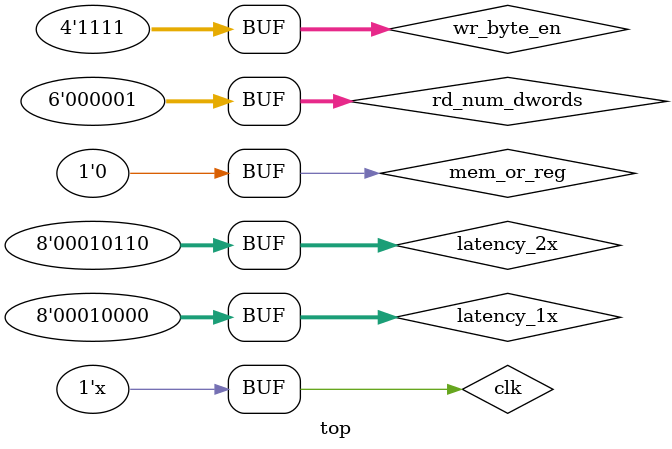
<source format=sv>
`include "s27ks0641.sv"
`include "hyper_xface.sv"

module top();

wire [31:0] address, data_in;
reg [31:0] data_out;
wire  read_write, chip_en;
reg clk;

// Connect the interface
tb_ports ports(
 .clock       (clk),
 .address     (address),
 .chip_en     (chip_en),
 .read_write  (read_write),
 .data_in     (data_in),
 .data_out    (data_out)
);

// Connect the program
tb tb(ports);

initial begin
  clk = 0;
end	

always #1 clk = ~clk;

reg rd_req, wr_req;
wire busy;

always_ff @(posedge clk) begin
	if (chip_en && !busy) begin
		if (read_write) wr_req <= 1;
		else rd_req <= 1;
	end
	else begin
		wr_req <= 0;
		rd_req <= 0;
	end
end

wire [31:0] rd_d;
wire rd_rdy;
always_ff @(posedge clk) begin
	if (rd_rdy) data_out <= rd_d;
end

reg mem_or_reg;
reg [3:0] wr_byte_en;
reg [5:0] rd_num_dwords;
reg [7:0] latency_1x, latency_2x; 
wire burst_wr_rdy; //Not connected
initial begin
	mem_or_reg = 0;

    wr_byte_en = 4'hF;         // write 4 bytes
    rd_num_dwords = 6'h1;      // read 1 4 byte word

    latency_1x[7:0] = 8'h10;   // latency setup - not so important latency_1x because is configured to go at latency_2x
    latency_2x[7:0] = 8'd22;   // 22 edges = 6 cycles if configured at 166MHz * (2 latency_2x) * (2 controller is configured by each edge) - 2
end

wire [7:0] data_pins_in, data_pins_out, dram_dq;
wire dram_dq_oe_l, dram_rwds_in, dram_rwds_out, dram_rwds_oe_l, dram_ck, dram_rst_l, dram_cs_l, dram_rwds;

//DQ IO
assign data_pins_in[7:0] = dram_dq_oe_l ? dram_dq : 8'bz;
assign dram_dq[7:0] = ~dram_dq_oe_l ? data_pins_out : 8'bz;

//RWDS IO
assign dram_rwds = ~dram_rwds_oe_l ? dram_rwds_out : 1'bz;
assign dram_rwds_in = dram_rwds_oe_l ? dram_rwds : 1'bz;


hyper_xfce controller_ip(
.clk				(clk),
.rd_req				(rd_req),
.wr_req				(wr_req),
.mem_or_req			(mem_or_reg),
.wr_byte_en			(wr_byte_en),
.rd_num_dwords			(rd_num_dwords),
.addr				(address),
.wr_d				(data_in),
.rd_d				(rd_d),
.rd_rdy				(rd_rdy),
.busy				(busy),
.burst_wr_rdy			(burst_wr_rdy),

.dram_dq_in			(data_pins_in),
.dram_dq_out			(data_pins_out),
.dram_dq_oe_l			(dram_dq_oe_l),
.dram_rwds_in			(dram_rwds_in),
.dram_rwds_out			(dram_rwds_out),
.dram_rwds_oe_l			(dram_rwds_oe_l),
.dram_ck			(dram_ck),
.dram_rst_l			(dram_rst_l),
.dram_cs_l			(dram_cs_l)
);



s27ks0641 hyperRAM(
.DQ7      (dram_dq[7]),
.DQ6      (dram_dq[6]),
.DQ5      (dram_dq[5]),
.DQ4      (dram_dq[4]),
.DQ3      (dram_dq[3]),
.DQ2      (dram_dq[2]),
.DQ1      (dram_dq[1]),
.DQ0      (dram_dq[0]),
.RWDS     (dram_rwds),
.CSNeg    (dram_cs_l),
.CK       (dram_ck),
.CKNeg    (~dram_ck),
.RESETNeg (dram_rst_l)
);


endmodule

</source>
